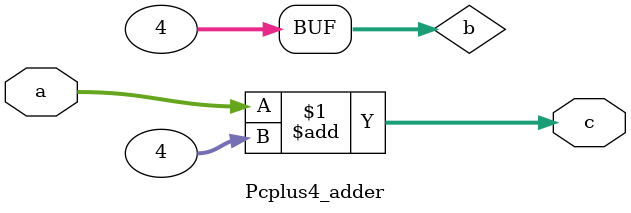
<source format=v>
module Pcplus4_adder #(parameter width = 32)
(
    input wire [width-1:0] a,      // Input A
    output wire [width-1:0] c      // Output C
);

    // Declare constant value for 4 (PC + 4 increment)
    wire [width-1:0] b = 32'b00000000000000000000000000000100;

    // Add a + b
    assign c = a + b;

endmodule

</source>
